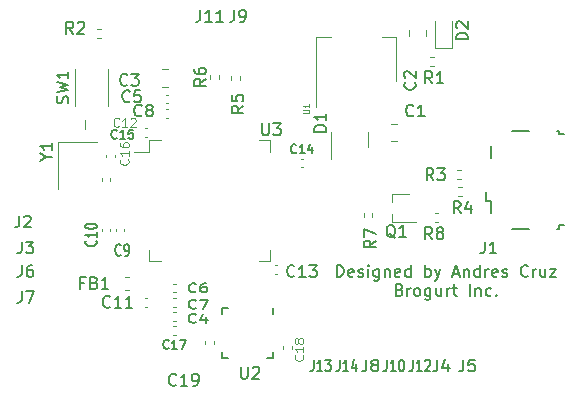
<source format=gbr>
%TF.GenerationSoftware,KiCad,Pcbnew,6.0.6-3a73a75311~116~ubuntu20.04.1*%
%TF.CreationDate,2022-07-21T13:32:12-07:00*%
%TF.ProjectId,Drone Flight Controller,44726f6e-6520-4466-9c69-67687420436f,rev?*%
%TF.SameCoordinates,Original*%
%TF.FileFunction,Legend,Top*%
%TF.FilePolarity,Positive*%
%FSLAX46Y46*%
G04 Gerber Fmt 4.6, Leading zero omitted, Abs format (unit mm)*
G04 Created by KiCad (PCBNEW 6.0.6-3a73a75311~116~ubuntu20.04.1) date 2022-07-21 13:32:12*
%MOMM*%
%LPD*%
G01*
G04 APERTURE LIST*
%ADD10C,0.150000*%
%ADD11C,0.100000*%
%ADD12C,0.120000*%
G04 APERTURE END LIST*
D10*
X67561904Y-96447380D02*
X67561904Y-95447380D01*
X67800000Y-95447380D01*
X67942857Y-95495000D01*
X68038095Y-95590238D01*
X68085714Y-95685476D01*
X68133333Y-95875952D01*
X68133333Y-96018809D01*
X68085714Y-96209285D01*
X68038095Y-96304523D01*
X67942857Y-96399761D01*
X67800000Y-96447380D01*
X67561904Y-96447380D01*
X68942857Y-96399761D02*
X68847619Y-96447380D01*
X68657142Y-96447380D01*
X68561904Y-96399761D01*
X68514285Y-96304523D01*
X68514285Y-95923571D01*
X68561904Y-95828333D01*
X68657142Y-95780714D01*
X68847619Y-95780714D01*
X68942857Y-95828333D01*
X68990476Y-95923571D01*
X68990476Y-96018809D01*
X68514285Y-96114047D01*
X69371428Y-96399761D02*
X69466666Y-96447380D01*
X69657142Y-96447380D01*
X69752380Y-96399761D01*
X69800000Y-96304523D01*
X69800000Y-96256904D01*
X69752380Y-96161666D01*
X69657142Y-96114047D01*
X69514285Y-96114047D01*
X69419047Y-96066428D01*
X69371428Y-95971190D01*
X69371428Y-95923571D01*
X69419047Y-95828333D01*
X69514285Y-95780714D01*
X69657142Y-95780714D01*
X69752380Y-95828333D01*
X70228571Y-96447380D02*
X70228571Y-95780714D01*
X70228571Y-95447380D02*
X70180952Y-95495000D01*
X70228571Y-95542619D01*
X70276190Y-95495000D01*
X70228571Y-95447380D01*
X70228571Y-95542619D01*
X71133333Y-95780714D02*
X71133333Y-96590238D01*
X71085714Y-96685476D01*
X71038095Y-96733095D01*
X70942857Y-96780714D01*
X70800000Y-96780714D01*
X70704761Y-96733095D01*
X71133333Y-96399761D02*
X71038095Y-96447380D01*
X70847619Y-96447380D01*
X70752380Y-96399761D01*
X70704761Y-96352142D01*
X70657142Y-96256904D01*
X70657142Y-95971190D01*
X70704761Y-95875952D01*
X70752380Y-95828333D01*
X70847619Y-95780714D01*
X71038095Y-95780714D01*
X71133333Y-95828333D01*
X71609523Y-95780714D02*
X71609523Y-96447380D01*
X71609523Y-95875952D02*
X71657142Y-95828333D01*
X71752380Y-95780714D01*
X71895238Y-95780714D01*
X71990476Y-95828333D01*
X72038095Y-95923571D01*
X72038095Y-96447380D01*
X72895238Y-96399761D02*
X72800000Y-96447380D01*
X72609523Y-96447380D01*
X72514285Y-96399761D01*
X72466666Y-96304523D01*
X72466666Y-95923571D01*
X72514285Y-95828333D01*
X72609523Y-95780714D01*
X72800000Y-95780714D01*
X72895238Y-95828333D01*
X72942857Y-95923571D01*
X72942857Y-96018809D01*
X72466666Y-96114047D01*
X73800000Y-96447380D02*
X73800000Y-95447380D01*
X73800000Y-96399761D02*
X73704761Y-96447380D01*
X73514285Y-96447380D01*
X73419047Y-96399761D01*
X73371428Y-96352142D01*
X73323809Y-96256904D01*
X73323809Y-95971190D01*
X73371428Y-95875952D01*
X73419047Y-95828333D01*
X73514285Y-95780714D01*
X73704761Y-95780714D01*
X73800000Y-95828333D01*
X75038095Y-96447380D02*
X75038095Y-95447380D01*
X75038095Y-95828333D02*
X75133333Y-95780714D01*
X75323809Y-95780714D01*
X75419047Y-95828333D01*
X75466666Y-95875952D01*
X75514285Y-95971190D01*
X75514285Y-96256904D01*
X75466666Y-96352142D01*
X75419047Y-96399761D01*
X75323809Y-96447380D01*
X75133333Y-96447380D01*
X75038095Y-96399761D01*
X75847619Y-95780714D02*
X76085714Y-96447380D01*
X76323809Y-95780714D02*
X76085714Y-96447380D01*
X75990476Y-96685476D01*
X75942857Y-96733095D01*
X75847619Y-96780714D01*
X77419047Y-96161666D02*
X77895238Y-96161666D01*
X77323809Y-96447380D02*
X77657142Y-95447380D01*
X77990476Y-96447380D01*
X78323809Y-95780714D02*
X78323809Y-96447380D01*
X78323809Y-95875952D02*
X78371428Y-95828333D01*
X78466666Y-95780714D01*
X78609523Y-95780714D01*
X78704761Y-95828333D01*
X78752380Y-95923571D01*
X78752380Y-96447380D01*
X79657142Y-96447380D02*
X79657142Y-95447380D01*
X79657142Y-96399761D02*
X79561904Y-96447380D01*
X79371428Y-96447380D01*
X79276190Y-96399761D01*
X79228571Y-96352142D01*
X79180952Y-96256904D01*
X79180952Y-95971190D01*
X79228571Y-95875952D01*
X79276190Y-95828333D01*
X79371428Y-95780714D01*
X79561904Y-95780714D01*
X79657142Y-95828333D01*
X80133333Y-96447380D02*
X80133333Y-95780714D01*
X80133333Y-95971190D02*
X80180952Y-95875952D01*
X80228571Y-95828333D01*
X80323809Y-95780714D01*
X80419047Y-95780714D01*
X81133333Y-96399761D02*
X81038095Y-96447380D01*
X80847619Y-96447380D01*
X80752380Y-96399761D01*
X80704761Y-96304523D01*
X80704761Y-95923571D01*
X80752380Y-95828333D01*
X80847619Y-95780714D01*
X81038095Y-95780714D01*
X81133333Y-95828333D01*
X81180952Y-95923571D01*
X81180952Y-96018809D01*
X80704761Y-96114047D01*
X81561904Y-96399761D02*
X81657142Y-96447380D01*
X81847619Y-96447380D01*
X81942857Y-96399761D01*
X81990476Y-96304523D01*
X81990476Y-96256904D01*
X81942857Y-96161666D01*
X81847619Y-96114047D01*
X81704761Y-96114047D01*
X81609523Y-96066428D01*
X81561904Y-95971190D01*
X81561904Y-95923571D01*
X81609523Y-95828333D01*
X81704761Y-95780714D01*
X81847619Y-95780714D01*
X81942857Y-95828333D01*
X83752380Y-96352142D02*
X83704761Y-96399761D01*
X83561904Y-96447380D01*
X83466666Y-96447380D01*
X83323809Y-96399761D01*
X83228571Y-96304523D01*
X83180952Y-96209285D01*
X83133333Y-96018809D01*
X83133333Y-95875952D01*
X83180952Y-95685476D01*
X83228571Y-95590238D01*
X83323809Y-95495000D01*
X83466666Y-95447380D01*
X83561904Y-95447380D01*
X83704761Y-95495000D01*
X83752380Y-95542619D01*
X84180952Y-96447380D02*
X84180952Y-95780714D01*
X84180952Y-95971190D02*
X84228571Y-95875952D01*
X84276190Y-95828333D01*
X84371428Y-95780714D01*
X84466666Y-95780714D01*
X85228571Y-95780714D02*
X85228571Y-96447380D01*
X84800000Y-95780714D02*
X84800000Y-96304523D01*
X84847619Y-96399761D01*
X84942857Y-96447380D01*
X85085714Y-96447380D01*
X85180952Y-96399761D01*
X85228571Y-96352142D01*
X85609523Y-95780714D02*
X86133333Y-95780714D01*
X85609523Y-96447380D01*
X86133333Y-96447380D01*
X72871428Y-97533571D02*
X73014285Y-97581190D01*
X73061904Y-97628809D01*
X73109523Y-97724047D01*
X73109523Y-97866904D01*
X73061904Y-97962142D01*
X73014285Y-98009761D01*
X72919047Y-98057380D01*
X72538095Y-98057380D01*
X72538095Y-97057380D01*
X72871428Y-97057380D01*
X72966666Y-97105000D01*
X73014285Y-97152619D01*
X73061904Y-97247857D01*
X73061904Y-97343095D01*
X73014285Y-97438333D01*
X72966666Y-97485952D01*
X72871428Y-97533571D01*
X72538095Y-97533571D01*
X73538095Y-98057380D02*
X73538095Y-97390714D01*
X73538095Y-97581190D02*
X73585714Y-97485952D01*
X73633333Y-97438333D01*
X73728571Y-97390714D01*
X73823809Y-97390714D01*
X74300000Y-98057380D02*
X74204761Y-98009761D01*
X74157142Y-97962142D01*
X74109523Y-97866904D01*
X74109523Y-97581190D01*
X74157142Y-97485952D01*
X74204761Y-97438333D01*
X74300000Y-97390714D01*
X74442857Y-97390714D01*
X74538095Y-97438333D01*
X74585714Y-97485952D01*
X74633333Y-97581190D01*
X74633333Y-97866904D01*
X74585714Y-97962142D01*
X74538095Y-98009761D01*
X74442857Y-98057380D01*
X74300000Y-98057380D01*
X75490476Y-97390714D02*
X75490476Y-98200238D01*
X75442857Y-98295476D01*
X75395238Y-98343095D01*
X75300000Y-98390714D01*
X75157142Y-98390714D01*
X75061904Y-98343095D01*
X75490476Y-98009761D02*
X75395238Y-98057380D01*
X75204761Y-98057380D01*
X75109523Y-98009761D01*
X75061904Y-97962142D01*
X75014285Y-97866904D01*
X75014285Y-97581190D01*
X75061904Y-97485952D01*
X75109523Y-97438333D01*
X75204761Y-97390714D01*
X75395238Y-97390714D01*
X75490476Y-97438333D01*
X76395238Y-97390714D02*
X76395238Y-98057380D01*
X75966666Y-97390714D02*
X75966666Y-97914523D01*
X76014285Y-98009761D01*
X76109523Y-98057380D01*
X76252380Y-98057380D01*
X76347619Y-98009761D01*
X76395238Y-97962142D01*
X76871428Y-98057380D02*
X76871428Y-97390714D01*
X76871428Y-97581190D02*
X76919047Y-97485952D01*
X76966666Y-97438333D01*
X77061904Y-97390714D01*
X77157142Y-97390714D01*
X77347619Y-97390714D02*
X77728571Y-97390714D01*
X77490476Y-97057380D02*
X77490476Y-97914523D01*
X77538095Y-98009761D01*
X77633333Y-98057380D01*
X77728571Y-98057380D01*
X78823809Y-98057380D02*
X78823809Y-97057380D01*
X79300000Y-97390714D02*
X79300000Y-98057380D01*
X79300000Y-97485952D02*
X79347619Y-97438333D01*
X79442857Y-97390714D01*
X79585714Y-97390714D01*
X79680952Y-97438333D01*
X79728571Y-97533571D01*
X79728571Y-98057380D01*
X80633333Y-98009761D02*
X80538095Y-98057380D01*
X80347619Y-98057380D01*
X80252380Y-98009761D01*
X80204761Y-97962142D01*
X80157142Y-97866904D01*
X80157142Y-97581190D01*
X80204761Y-97485952D01*
X80252380Y-97438333D01*
X80347619Y-97390714D01*
X80538095Y-97390714D01*
X80633333Y-97438333D01*
X81061904Y-97962142D02*
X81109523Y-98009761D01*
X81061904Y-98057380D01*
X81014285Y-98009761D01*
X81061904Y-97962142D01*
X81061904Y-98057380D01*
%TO.C,*%
%TO.C,J5*%
X78266666Y-103452380D02*
X78266666Y-104166666D01*
X78219047Y-104309523D01*
X78123809Y-104404761D01*
X77980952Y-104452380D01*
X77885714Y-104452380D01*
X79219047Y-103452380D02*
X78742857Y-103452380D01*
X78695238Y-103928571D01*
X78742857Y-103880952D01*
X78838095Y-103833333D01*
X79076190Y-103833333D01*
X79171428Y-103880952D01*
X79219047Y-103928571D01*
X79266666Y-104023809D01*
X79266666Y-104261904D01*
X79219047Y-104357142D01*
X79171428Y-104404761D01*
X79076190Y-104452380D01*
X78838095Y-104452380D01*
X78742857Y-104404761D01*
X78695238Y-104357142D01*
%TO.C,C14*%
X64117857Y-85907857D02*
X64082142Y-85943571D01*
X63975000Y-85979285D01*
X63903571Y-85979285D01*
X63796428Y-85943571D01*
X63725000Y-85872142D01*
X63689285Y-85800714D01*
X63653571Y-85657857D01*
X63653571Y-85550714D01*
X63689285Y-85407857D01*
X63725000Y-85336428D01*
X63796428Y-85265000D01*
X63903571Y-85229285D01*
X63975000Y-85229285D01*
X64082142Y-85265000D01*
X64117857Y-85300714D01*
X64832142Y-85979285D02*
X64403571Y-85979285D01*
X64617857Y-85979285D02*
X64617857Y-85229285D01*
X64546428Y-85336428D01*
X64475000Y-85407857D01*
X64403571Y-85443571D01*
X65475000Y-85479285D02*
X65475000Y-85979285D01*
X65296428Y-85193571D02*
X65117857Y-85729285D01*
X65582142Y-85729285D01*
%TO.C,C1*%
X74033333Y-82757142D02*
X73985714Y-82804761D01*
X73842857Y-82852380D01*
X73747619Y-82852380D01*
X73604761Y-82804761D01*
X73509523Y-82709523D01*
X73461904Y-82614285D01*
X73414285Y-82423809D01*
X73414285Y-82280952D01*
X73461904Y-82090476D01*
X73509523Y-81995238D01*
X73604761Y-81900000D01*
X73747619Y-81852380D01*
X73842857Y-81852380D01*
X73985714Y-81900000D01*
X74033333Y-81947619D01*
X74985714Y-82852380D02*
X74414285Y-82852380D01*
X74700000Y-82852380D02*
X74700000Y-81852380D01*
X74604761Y-81995238D01*
X74509523Y-82090476D01*
X74414285Y-82138095D01*
%TO.C,J11*%
X55990476Y-73852380D02*
X55990476Y-74566666D01*
X55942857Y-74709523D01*
X55847619Y-74804761D01*
X55704761Y-74852380D01*
X55609523Y-74852380D01*
X56990476Y-74852380D02*
X56419047Y-74852380D01*
X56704761Y-74852380D02*
X56704761Y-73852380D01*
X56609523Y-73995238D01*
X56514285Y-74090476D01*
X56419047Y-74138095D01*
X57942857Y-74852380D02*
X57371428Y-74852380D01*
X57657142Y-74852380D02*
X57657142Y-73852380D01*
X57561904Y-73995238D01*
X57466666Y-74090476D01*
X57371428Y-74138095D01*
%TO.C,C2*%
X74157142Y-79966666D02*
X74204761Y-80014285D01*
X74252380Y-80157142D01*
X74252380Y-80252380D01*
X74204761Y-80395238D01*
X74109523Y-80490476D01*
X74014285Y-80538095D01*
X73823809Y-80585714D01*
X73680952Y-80585714D01*
X73490476Y-80538095D01*
X73395238Y-80490476D01*
X73300000Y-80395238D01*
X73252380Y-80252380D01*
X73252380Y-80157142D01*
X73300000Y-80014285D01*
X73347619Y-79966666D01*
X73347619Y-79585714D02*
X73300000Y-79538095D01*
X73252380Y-79442857D01*
X73252380Y-79204761D01*
X73300000Y-79109523D01*
X73347619Y-79061904D01*
X73442857Y-79014285D01*
X73538095Y-79014285D01*
X73680952Y-79061904D01*
X74252380Y-79633333D01*
X74252380Y-79014285D01*
%TO.C,R4*%
X78033333Y-91052380D02*
X77700000Y-90576190D01*
X77461904Y-91052380D02*
X77461904Y-90052380D01*
X77842857Y-90052380D01*
X77938095Y-90100000D01*
X77985714Y-90147619D01*
X78033333Y-90242857D01*
X78033333Y-90385714D01*
X77985714Y-90480952D01*
X77938095Y-90528571D01*
X77842857Y-90576190D01*
X77461904Y-90576190D01*
X78890476Y-90385714D02*
X78890476Y-91052380D01*
X78652380Y-90004761D02*
X78414285Y-90719047D01*
X79033333Y-90719047D01*
%TO.C,U3*%
X61238095Y-83452380D02*
X61238095Y-84261904D01*
X61285714Y-84357142D01*
X61333333Y-84404761D01*
X61428571Y-84452380D01*
X61619047Y-84452380D01*
X61714285Y-84404761D01*
X61761904Y-84357142D01*
X61809523Y-84261904D01*
X61809523Y-83452380D01*
X62190476Y-83452380D02*
X62809523Y-83452380D01*
X62476190Y-83833333D01*
X62619047Y-83833333D01*
X62714285Y-83880952D01*
X62761904Y-83928571D01*
X62809523Y-84023809D01*
X62809523Y-84261904D01*
X62761904Y-84357142D01*
X62714285Y-84404761D01*
X62619047Y-84452380D01*
X62333333Y-84452380D01*
X62238095Y-84404761D01*
X62190476Y-84357142D01*
%TO.C,C3*%
X49833333Y-80157142D02*
X49785714Y-80204761D01*
X49642857Y-80252380D01*
X49547619Y-80252380D01*
X49404761Y-80204761D01*
X49309523Y-80109523D01*
X49261904Y-80014285D01*
X49214285Y-79823809D01*
X49214285Y-79680952D01*
X49261904Y-79490476D01*
X49309523Y-79395238D01*
X49404761Y-79300000D01*
X49547619Y-79252380D01*
X49642857Y-79252380D01*
X49785714Y-79300000D01*
X49833333Y-79347619D01*
X50166666Y-79252380D02*
X50785714Y-79252380D01*
X50452380Y-79633333D01*
X50595238Y-79633333D01*
X50690476Y-79680952D01*
X50738095Y-79728571D01*
X50785714Y-79823809D01*
X50785714Y-80061904D01*
X50738095Y-80157142D01*
X50690476Y-80204761D01*
X50595238Y-80252380D01*
X50309523Y-80252380D01*
X50214285Y-80204761D01*
X50166666Y-80157142D01*
%TO.C,U2*%
X59438095Y-104052380D02*
X59438095Y-104861904D01*
X59485714Y-104957142D01*
X59533333Y-105004761D01*
X59628571Y-105052380D01*
X59819047Y-105052380D01*
X59914285Y-105004761D01*
X59961904Y-104957142D01*
X60009523Y-104861904D01*
X60009523Y-104052380D01*
X60438095Y-104147619D02*
X60485714Y-104100000D01*
X60580952Y-104052380D01*
X60819047Y-104052380D01*
X60914285Y-104100000D01*
X60961904Y-104147619D01*
X61009523Y-104242857D01*
X61009523Y-104338095D01*
X60961904Y-104480952D01*
X60390476Y-105052380D01*
X61009523Y-105052380D01*
%TO.C,Y1*%
X42976190Y-86276190D02*
X43452380Y-86276190D01*
X42452380Y-86609523D02*
X42976190Y-86276190D01*
X42452380Y-85942857D01*
X43452380Y-85085714D02*
X43452380Y-85657142D01*
X43452380Y-85371428D02*
X42452380Y-85371428D01*
X42595238Y-85466666D01*
X42690476Y-85561904D01*
X42738095Y-85657142D01*
%TO.C,J7*%
X40866666Y-97652380D02*
X40866666Y-98366666D01*
X40819047Y-98509523D01*
X40723809Y-98604761D01*
X40580952Y-98652380D01*
X40485714Y-98652380D01*
X41247619Y-97652380D02*
X41914285Y-97652380D01*
X41485714Y-98652380D01*
%TO.C,D2*%
X78652380Y-76338095D02*
X77652380Y-76338095D01*
X77652380Y-76100000D01*
X77700000Y-75957142D01*
X77795238Y-75861904D01*
X77890476Y-75814285D01*
X78080952Y-75766666D01*
X78223809Y-75766666D01*
X78414285Y-75814285D01*
X78509523Y-75861904D01*
X78604761Y-75957142D01*
X78652380Y-76100000D01*
X78652380Y-76338095D01*
X77747619Y-75385714D02*
X77700000Y-75338095D01*
X77652380Y-75242857D01*
X77652380Y-75004761D01*
X77700000Y-74909523D01*
X77747619Y-74861904D01*
X77842857Y-74814285D01*
X77938095Y-74814285D01*
X78080952Y-74861904D01*
X78652380Y-75433333D01*
X78652380Y-74814285D01*
%TO.C,R1*%
X75633333Y-80052380D02*
X75300000Y-79576190D01*
X75061904Y-80052380D02*
X75061904Y-79052380D01*
X75442857Y-79052380D01*
X75538095Y-79100000D01*
X75585714Y-79147619D01*
X75633333Y-79242857D01*
X75633333Y-79385714D01*
X75585714Y-79480952D01*
X75538095Y-79528571D01*
X75442857Y-79576190D01*
X75061904Y-79576190D01*
X76585714Y-80052380D02*
X76014285Y-80052380D01*
X76300000Y-80052380D02*
X76300000Y-79052380D01*
X76204761Y-79195238D01*
X76109523Y-79290476D01*
X76014285Y-79338095D01*
%TO.C,J13*%
X65592857Y-103452380D02*
X65592857Y-104166666D01*
X65557142Y-104309523D01*
X65485714Y-104404761D01*
X65378571Y-104452380D01*
X65307142Y-104452380D01*
X66342857Y-104452380D02*
X65914285Y-104452380D01*
X66128571Y-104452380D02*
X66128571Y-103452380D01*
X66057142Y-103595238D01*
X65985714Y-103690476D01*
X65914285Y-103738095D01*
X66592857Y-103452380D02*
X67057142Y-103452380D01*
X66807142Y-103833333D01*
X66914285Y-103833333D01*
X66985714Y-103880952D01*
X67021428Y-103928571D01*
X67057142Y-104023809D01*
X67057142Y-104261904D01*
X67021428Y-104357142D01*
X66985714Y-104404761D01*
X66914285Y-104452380D01*
X66700000Y-104452380D01*
X66628571Y-104404761D01*
X66592857Y-104357142D01*
%TO.C,FB1*%
X46166666Y-96928571D02*
X45833333Y-96928571D01*
X45833333Y-97452380D02*
X45833333Y-96452380D01*
X46309523Y-96452380D01*
X47023809Y-96928571D02*
X47166666Y-96976190D01*
X47214285Y-97023809D01*
X47261904Y-97119047D01*
X47261904Y-97261904D01*
X47214285Y-97357142D01*
X47166666Y-97404761D01*
X47071428Y-97452380D01*
X46690476Y-97452380D01*
X46690476Y-96452380D01*
X47023809Y-96452380D01*
X47119047Y-96500000D01*
X47166666Y-96547619D01*
X47214285Y-96642857D01*
X47214285Y-96738095D01*
X47166666Y-96833333D01*
X47119047Y-96880952D01*
X47023809Y-96928571D01*
X46690476Y-96928571D01*
X48214285Y-97452380D02*
X47642857Y-97452380D01*
X47928571Y-97452380D02*
X47928571Y-96452380D01*
X47833333Y-96595238D01*
X47738095Y-96690476D01*
X47642857Y-96738095D01*
%TO.C,J8*%
X70066666Y-103452380D02*
X70066666Y-104166666D01*
X70019047Y-104309523D01*
X69923809Y-104404761D01*
X69780952Y-104452380D01*
X69685714Y-104452380D01*
X70685714Y-103880952D02*
X70590476Y-103833333D01*
X70542857Y-103785714D01*
X70495238Y-103690476D01*
X70495238Y-103642857D01*
X70542857Y-103547619D01*
X70590476Y-103500000D01*
X70685714Y-103452380D01*
X70876190Y-103452380D01*
X70971428Y-103500000D01*
X71019047Y-103547619D01*
X71066666Y-103642857D01*
X71066666Y-103690476D01*
X71019047Y-103785714D01*
X70971428Y-103833333D01*
X70876190Y-103880952D01*
X70685714Y-103880952D01*
X70590476Y-103928571D01*
X70542857Y-103976190D01*
X70495238Y-104071428D01*
X70495238Y-104261904D01*
X70542857Y-104357142D01*
X70590476Y-104404761D01*
X70685714Y-104452380D01*
X70876190Y-104452380D01*
X70971428Y-104404761D01*
X71019047Y-104357142D01*
X71066666Y-104261904D01*
X71066666Y-104071428D01*
X71019047Y-103976190D01*
X70971428Y-103928571D01*
X70876190Y-103880952D01*
%TO.C,J12*%
X73992857Y-103452380D02*
X73992857Y-104166666D01*
X73957142Y-104309523D01*
X73885714Y-104404761D01*
X73778571Y-104452380D01*
X73707142Y-104452380D01*
X74742857Y-104452380D02*
X74314285Y-104452380D01*
X74528571Y-104452380D02*
X74528571Y-103452380D01*
X74457142Y-103595238D01*
X74385714Y-103690476D01*
X74314285Y-103738095D01*
X75028571Y-103547619D02*
X75064285Y-103500000D01*
X75135714Y-103452380D01*
X75314285Y-103452380D01*
X75385714Y-103500000D01*
X75421428Y-103547619D01*
X75457142Y-103642857D01*
X75457142Y-103738095D01*
X75421428Y-103880952D01*
X74992857Y-104452380D01*
X75457142Y-104452380D01*
%TO.C,D1*%
X66652380Y-84138095D02*
X65652380Y-84138095D01*
X65652380Y-83900000D01*
X65700000Y-83757142D01*
X65795238Y-83661904D01*
X65890476Y-83614285D01*
X66080952Y-83566666D01*
X66223809Y-83566666D01*
X66414285Y-83614285D01*
X66509523Y-83661904D01*
X66604761Y-83757142D01*
X66652380Y-83900000D01*
X66652380Y-84138095D01*
X66652380Y-82614285D02*
X66652380Y-83185714D01*
X66652380Y-82900000D02*
X65652380Y-82900000D01*
X65795238Y-82995238D01*
X65890476Y-83090476D01*
X65938095Y-83185714D01*
%TO.C,R3*%
X75743333Y-88252380D02*
X75410000Y-87776190D01*
X75171904Y-88252380D02*
X75171904Y-87252380D01*
X75552857Y-87252380D01*
X75648095Y-87300000D01*
X75695714Y-87347619D01*
X75743333Y-87442857D01*
X75743333Y-87585714D01*
X75695714Y-87680952D01*
X75648095Y-87728571D01*
X75552857Y-87776190D01*
X75171904Y-87776190D01*
X76076666Y-87252380D02*
X76695714Y-87252380D01*
X76362380Y-87633333D01*
X76505238Y-87633333D01*
X76600476Y-87680952D01*
X76648095Y-87728571D01*
X76695714Y-87823809D01*
X76695714Y-88061904D01*
X76648095Y-88157142D01*
X76600476Y-88204761D01*
X76505238Y-88252380D01*
X76219523Y-88252380D01*
X76124285Y-88204761D01*
X76076666Y-88157142D01*
%TO.C,R2*%
X45233333Y-75852380D02*
X44900000Y-75376190D01*
X44661904Y-75852380D02*
X44661904Y-74852380D01*
X45042857Y-74852380D01*
X45138095Y-74900000D01*
X45185714Y-74947619D01*
X45233333Y-75042857D01*
X45233333Y-75185714D01*
X45185714Y-75280952D01*
X45138095Y-75328571D01*
X45042857Y-75376190D01*
X44661904Y-75376190D01*
X45614285Y-74947619D02*
X45661904Y-74900000D01*
X45757142Y-74852380D01*
X45995238Y-74852380D01*
X46090476Y-74900000D01*
X46138095Y-74947619D01*
X46185714Y-75042857D01*
X46185714Y-75138095D01*
X46138095Y-75280952D01*
X45566666Y-75852380D01*
X46185714Y-75852380D01*
%TO.C,C6*%
X55633333Y-97667857D02*
X55585714Y-97703571D01*
X55442857Y-97739285D01*
X55347619Y-97739285D01*
X55204761Y-97703571D01*
X55109523Y-97632142D01*
X55061904Y-97560714D01*
X55014285Y-97417857D01*
X55014285Y-97310714D01*
X55061904Y-97167857D01*
X55109523Y-97096428D01*
X55204761Y-97025000D01*
X55347619Y-96989285D01*
X55442857Y-96989285D01*
X55585714Y-97025000D01*
X55633333Y-97060714D01*
X56490476Y-96989285D02*
X56300000Y-96989285D01*
X56204761Y-97025000D01*
X56157142Y-97060714D01*
X56061904Y-97167857D01*
X56014285Y-97310714D01*
X56014285Y-97596428D01*
X56061904Y-97667857D01*
X56109523Y-97703571D01*
X56204761Y-97739285D01*
X56395238Y-97739285D01*
X56490476Y-97703571D01*
X56538095Y-97667857D01*
X56585714Y-97596428D01*
X56585714Y-97417857D01*
X56538095Y-97346428D01*
X56490476Y-97310714D01*
X56395238Y-97275000D01*
X56204761Y-97275000D01*
X56109523Y-97310714D01*
X56061904Y-97346428D01*
X56014285Y-97417857D01*
%TO.C,C15*%
X48917857Y-84667857D02*
X48882142Y-84703571D01*
X48775000Y-84739285D01*
X48703571Y-84739285D01*
X48596428Y-84703571D01*
X48525000Y-84632142D01*
X48489285Y-84560714D01*
X48453571Y-84417857D01*
X48453571Y-84310714D01*
X48489285Y-84167857D01*
X48525000Y-84096428D01*
X48596428Y-84025000D01*
X48703571Y-83989285D01*
X48775000Y-83989285D01*
X48882142Y-84025000D01*
X48917857Y-84060714D01*
X49632142Y-84739285D02*
X49203571Y-84739285D01*
X49417857Y-84739285D02*
X49417857Y-83989285D01*
X49346428Y-84096428D01*
X49275000Y-84167857D01*
X49203571Y-84203571D01*
X50310714Y-83989285D02*
X49953571Y-83989285D01*
X49917857Y-84346428D01*
X49953571Y-84310714D01*
X50025000Y-84275000D01*
X50203571Y-84275000D01*
X50275000Y-84310714D01*
X50310714Y-84346428D01*
X50346428Y-84417857D01*
X50346428Y-84596428D01*
X50310714Y-84667857D01*
X50275000Y-84703571D01*
X50203571Y-84739285D01*
X50025000Y-84739285D01*
X49953571Y-84703571D01*
X49917857Y-84667857D01*
%TO.C,J14*%
X67792857Y-103452380D02*
X67792857Y-104166666D01*
X67757142Y-104309523D01*
X67685714Y-104404761D01*
X67578571Y-104452380D01*
X67507142Y-104452380D01*
X68542857Y-104452380D02*
X68114285Y-104452380D01*
X68328571Y-104452380D02*
X68328571Y-103452380D01*
X68257142Y-103595238D01*
X68185714Y-103690476D01*
X68114285Y-103738095D01*
X69185714Y-103785714D02*
X69185714Y-104452380D01*
X69007142Y-103404761D02*
X68828571Y-104119047D01*
X69292857Y-104119047D01*
%TO.C,C17*%
X53317857Y-102467857D02*
X53282142Y-102503571D01*
X53175000Y-102539285D01*
X53103571Y-102539285D01*
X52996428Y-102503571D01*
X52925000Y-102432142D01*
X52889285Y-102360714D01*
X52853571Y-102217857D01*
X52853571Y-102110714D01*
X52889285Y-101967857D01*
X52925000Y-101896428D01*
X52996428Y-101825000D01*
X53103571Y-101789285D01*
X53175000Y-101789285D01*
X53282142Y-101825000D01*
X53317857Y-101860714D01*
X54032142Y-102539285D02*
X53603571Y-102539285D01*
X53817857Y-102539285D02*
X53817857Y-101789285D01*
X53746428Y-101896428D01*
X53675000Y-101967857D01*
X53603571Y-102003571D01*
X54282142Y-101789285D02*
X54782142Y-101789285D01*
X54460714Y-102539285D01*
%TO.C,J6*%
X40866666Y-95452380D02*
X40866666Y-96166666D01*
X40819047Y-96309523D01*
X40723809Y-96404761D01*
X40580952Y-96452380D01*
X40485714Y-96452380D01*
X41771428Y-95452380D02*
X41580952Y-95452380D01*
X41485714Y-95500000D01*
X41438095Y-95547619D01*
X41342857Y-95690476D01*
X41295238Y-95880952D01*
X41295238Y-96261904D01*
X41342857Y-96357142D01*
X41390476Y-96404761D01*
X41485714Y-96452380D01*
X41676190Y-96452380D01*
X41771428Y-96404761D01*
X41819047Y-96357142D01*
X41866666Y-96261904D01*
X41866666Y-96023809D01*
X41819047Y-95928571D01*
X41771428Y-95880952D01*
X41676190Y-95833333D01*
X41485714Y-95833333D01*
X41390476Y-95880952D01*
X41342857Y-95928571D01*
X41295238Y-96023809D01*
%TO.C,C13*%
X63957142Y-96357142D02*
X63909523Y-96404761D01*
X63766666Y-96452380D01*
X63671428Y-96452380D01*
X63528571Y-96404761D01*
X63433333Y-96309523D01*
X63385714Y-96214285D01*
X63338095Y-96023809D01*
X63338095Y-95880952D01*
X63385714Y-95690476D01*
X63433333Y-95595238D01*
X63528571Y-95500000D01*
X63671428Y-95452380D01*
X63766666Y-95452380D01*
X63909523Y-95500000D01*
X63957142Y-95547619D01*
X64909523Y-96452380D02*
X64338095Y-96452380D01*
X64623809Y-96452380D02*
X64623809Y-95452380D01*
X64528571Y-95595238D01*
X64433333Y-95690476D01*
X64338095Y-95738095D01*
X65242857Y-95452380D02*
X65861904Y-95452380D01*
X65528571Y-95833333D01*
X65671428Y-95833333D01*
X65766666Y-95880952D01*
X65814285Y-95928571D01*
X65861904Y-96023809D01*
X65861904Y-96261904D01*
X65814285Y-96357142D01*
X65766666Y-96404761D01*
X65671428Y-96452380D01*
X65385714Y-96452380D01*
X65290476Y-96404761D01*
X65242857Y-96357142D01*
%TO.C,J2*%
X40666666Y-91252380D02*
X40666666Y-91966666D01*
X40619047Y-92109523D01*
X40523809Y-92204761D01*
X40380952Y-92252380D01*
X40285714Y-92252380D01*
X41095238Y-91347619D02*
X41142857Y-91300000D01*
X41238095Y-91252380D01*
X41476190Y-91252380D01*
X41571428Y-91300000D01*
X41619047Y-91347619D01*
X41666666Y-91442857D01*
X41666666Y-91538095D01*
X41619047Y-91680952D01*
X41047619Y-92252380D01*
X41666666Y-92252380D01*
%TO.C,J10*%
X71792857Y-103452380D02*
X71792857Y-104166666D01*
X71757142Y-104309523D01*
X71685714Y-104404761D01*
X71578571Y-104452380D01*
X71507142Y-104452380D01*
X72542857Y-104452380D02*
X72114285Y-104452380D01*
X72328571Y-104452380D02*
X72328571Y-103452380D01*
X72257142Y-103595238D01*
X72185714Y-103690476D01*
X72114285Y-103738095D01*
X73007142Y-103452380D02*
X73078571Y-103452380D01*
X73150000Y-103500000D01*
X73185714Y-103547619D01*
X73221428Y-103642857D01*
X73257142Y-103833333D01*
X73257142Y-104071428D01*
X73221428Y-104261904D01*
X73185714Y-104357142D01*
X73150000Y-104404761D01*
X73078571Y-104452380D01*
X73007142Y-104452380D01*
X72935714Y-104404761D01*
X72900000Y-104357142D01*
X72864285Y-104261904D01*
X72828571Y-104071428D01*
X72828571Y-103833333D01*
X72864285Y-103642857D01*
X72900000Y-103547619D01*
X72935714Y-103500000D01*
X73007142Y-103452380D01*
%TO.C,J3*%
X40866666Y-93452380D02*
X40866666Y-94166666D01*
X40819047Y-94309523D01*
X40723809Y-94404761D01*
X40580952Y-94452380D01*
X40485714Y-94452380D01*
X41247619Y-93452380D02*
X41866666Y-93452380D01*
X41533333Y-93833333D01*
X41676190Y-93833333D01*
X41771428Y-93880952D01*
X41819047Y-93928571D01*
X41866666Y-94023809D01*
X41866666Y-94261904D01*
X41819047Y-94357142D01*
X41771428Y-94404761D01*
X41676190Y-94452380D01*
X41390476Y-94452380D01*
X41295238Y-94404761D01*
X41247619Y-94357142D01*
%TO.C,C7*%
X55633333Y-99067857D02*
X55585714Y-99103571D01*
X55442857Y-99139285D01*
X55347619Y-99139285D01*
X55204761Y-99103571D01*
X55109523Y-99032142D01*
X55061904Y-98960714D01*
X55014285Y-98817857D01*
X55014285Y-98710714D01*
X55061904Y-98567857D01*
X55109523Y-98496428D01*
X55204761Y-98425000D01*
X55347619Y-98389285D01*
X55442857Y-98389285D01*
X55585714Y-98425000D01*
X55633333Y-98460714D01*
X55966666Y-98389285D02*
X56633333Y-98389285D01*
X56204761Y-99139285D01*
%TO.C,C4*%
X55633333Y-100267857D02*
X55585714Y-100303571D01*
X55442857Y-100339285D01*
X55347619Y-100339285D01*
X55204761Y-100303571D01*
X55109523Y-100232142D01*
X55061904Y-100160714D01*
X55014285Y-100017857D01*
X55014285Y-99910714D01*
X55061904Y-99767857D01*
X55109523Y-99696428D01*
X55204761Y-99625000D01*
X55347619Y-99589285D01*
X55442857Y-99589285D01*
X55585714Y-99625000D01*
X55633333Y-99660714D01*
X56490476Y-99839285D02*
X56490476Y-100339285D01*
X56252380Y-99553571D02*
X56014285Y-100089285D01*
X56633333Y-100089285D01*
%TO.C,J9*%
X58866666Y-73852380D02*
X58866666Y-74566666D01*
X58819047Y-74709523D01*
X58723809Y-74804761D01*
X58580952Y-74852380D01*
X58485714Y-74852380D01*
X59390476Y-74852380D02*
X59580952Y-74852380D01*
X59676190Y-74804761D01*
X59723809Y-74757142D01*
X59819047Y-74614285D01*
X59866666Y-74423809D01*
X59866666Y-74042857D01*
X59819047Y-73947619D01*
X59771428Y-73900000D01*
X59676190Y-73852380D01*
X59485714Y-73852380D01*
X59390476Y-73900000D01*
X59342857Y-73947619D01*
X59295238Y-74042857D01*
X59295238Y-74280952D01*
X59342857Y-74376190D01*
X59390476Y-74423809D01*
X59485714Y-74471428D01*
X59676190Y-74471428D01*
X59771428Y-74423809D01*
X59819047Y-74376190D01*
X59866666Y-74280952D01*
D11*
%TO.C,C18*%
X64667857Y-103082142D02*
X64703571Y-103117857D01*
X64739285Y-103225000D01*
X64739285Y-103296428D01*
X64703571Y-103403571D01*
X64632142Y-103475000D01*
X64560714Y-103510714D01*
X64417857Y-103546428D01*
X64310714Y-103546428D01*
X64167857Y-103510714D01*
X64096428Y-103475000D01*
X64025000Y-103403571D01*
X63989285Y-103296428D01*
X63989285Y-103225000D01*
X64025000Y-103117857D01*
X64060714Y-103082142D01*
X64739285Y-102367857D02*
X64739285Y-102796428D01*
X64739285Y-102582142D02*
X63989285Y-102582142D01*
X64096428Y-102653571D01*
X64167857Y-102725000D01*
X64203571Y-102796428D01*
X64310714Y-101939285D02*
X64275000Y-102010714D01*
X64239285Y-102046428D01*
X64167857Y-102082142D01*
X64132142Y-102082142D01*
X64060714Y-102046428D01*
X64025000Y-102010714D01*
X63989285Y-101939285D01*
X63989285Y-101796428D01*
X64025000Y-101725000D01*
X64060714Y-101689285D01*
X64132142Y-101653571D01*
X64167857Y-101653571D01*
X64239285Y-101689285D01*
X64275000Y-101725000D01*
X64310714Y-101796428D01*
X64310714Y-101939285D01*
X64346428Y-102010714D01*
X64382142Y-102046428D01*
X64453571Y-102082142D01*
X64596428Y-102082142D01*
X64667857Y-102046428D01*
X64703571Y-102010714D01*
X64739285Y-101939285D01*
X64739285Y-101796428D01*
X64703571Y-101725000D01*
X64667857Y-101689285D01*
X64596428Y-101653571D01*
X64453571Y-101653571D01*
X64382142Y-101689285D01*
X64346428Y-101725000D01*
X64310714Y-101796428D01*
D10*
%TO.C,R5*%
X59652380Y-81966666D02*
X59176190Y-82300000D01*
X59652380Y-82538095D02*
X58652380Y-82538095D01*
X58652380Y-82157142D01*
X58700000Y-82061904D01*
X58747619Y-82014285D01*
X58842857Y-81966666D01*
X58985714Y-81966666D01*
X59080952Y-82014285D01*
X59128571Y-82061904D01*
X59176190Y-82157142D01*
X59176190Y-82538095D01*
X58652380Y-81061904D02*
X58652380Y-81538095D01*
X59128571Y-81585714D01*
X59080952Y-81538095D01*
X59033333Y-81442857D01*
X59033333Y-81204761D01*
X59080952Y-81109523D01*
X59128571Y-81061904D01*
X59223809Y-81014285D01*
X59461904Y-81014285D01*
X59557142Y-81061904D01*
X59604761Y-81109523D01*
X59652380Y-81204761D01*
X59652380Y-81442857D01*
X59604761Y-81538095D01*
X59557142Y-81585714D01*
%TO.C,R6*%
X56482380Y-79676666D02*
X56006190Y-80010000D01*
X56482380Y-80248095D02*
X55482380Y-80248095D01*
X55482380Y-79867142D01*
X55530000Y-79771904D01*
X55577619Y-79724285D01*
X55672857Y-79676666D01*
X55815714Y-79676666D01*
X55910952Y-79724285D01*
X55958571Y-79771904D01*
X56006190Y-79867142D01*
X56006190Y-80248095D01*
X55482380Y-78819523D02*
X55482380Y-79010000D01*
X55530000Y-79105238D01*
X55577619Y-79152857D01*
X55720476Y-79248095D01*
X55910952Y-79295714D01*
X56291904Y-79295714D01*
X56387142Y-79248095D01*
X56434761Y-79200476D01*
X56482380Y-79105238D01*
X56482380Y-78914761D01*
X56434761Y-78819523D01*
X56387142Y-78771904D01*
X56291904Y-78724285D01*
X56053809Y-78724285D01*
X55958571Y-78771904D01*
X55910952Y-78819523D01*
X55863333Y-78914761D01*
X55863333Y-79105238D01*
X55910952Y-79200476D01*
X55958571Y-79248095D01*
X56053809Y-79295714D01*
%TO.C,C10*%
X47157142Y-93362142D02*
X47204761Y-93397857D01*
X47252380Y-93505000D01*
X47252380Y-93576428D01*
X47204761Y-93683571D01*
X47109523Y-93755000D01*
X47014285Y-93790714D01*
X46823809Y-93826428D01*
X46680952Y-93826428D01*
X46490476Y-93790714D01*
X46395238Y-93755000D01*
X46300000Y-93683571D01*
X46252380Y-93576428D01*
X46252380Y-93505000D01*
X46300000Y-93397857D01*
X46347619Y-93362142D01*
X47252380Y-92647857D02*
X47252380Y-93076428D01*
X47252380Y-92862142D02*
X46252380Y-92862142D01*
X46395238Y-92933571D01*
X46490476Y-93005000D01*
X46538095Y-93076428D01*
X46252380Y-92183571D02*
X46252380Y-92112142D01*
X46300000Y-92040714D01*
X46347619Y-92005000D01*
X46442857Y-91969285D01*
X46633333Y-91933571D01*
X46871428Y-91933571D01*
X47061904Y-91969285D01*
X47157142Y-92005000D01*
X47204761Y-92040714D01*
X47252380Y-92112142D01*
X47252380Y-92183571D01*
X47204761Y-92255000D01*
X47157142Y-92290714D01*
X47061904Y-92326428D01*
X46871428Y-92362142D01*
X46633333Y-92362142D01*
X46442857Y-92326428D01*
X46347619Y-92290714D01*
X46300000Y-92255000D01*
X46252380Y-92183571D01*
%TO.C,SW1*%
X44794761Y-81733333D02*
X44842380Y-81590476D01*
X44842380Y-81352380D01*
X44794761Y-81257142D01*
X44747142Y-81209523D01*
X44651904Y-81161904D01*
X44556666Y-81161904D01*
X44461428Y-81209523D01*
X44413809Y-81257142D01*
X44366190Y-81352380D01*
X44318571Y-81542857D01*
X44270952Y-81638095D01*
X44223333Y-81685714D01*
X44128095Y-81733333D01*
X44032857Y-81733333D01*
X43937619Y-81685714D01*
X43890000Y-81638095D01*
X43842380Y-81542857D01*
X43842380Y-81304761D01*
X43890000Y-81161904D01*
X43842380Y-80828571D02*
X44842380Y-80590476D01*
X44128095Y-80400000D01*
X44842380Y-80209523D01*
X43842380Y-79971428D01*
X44842380Y-79066666D02*
X44842380Y-79638095D01*
X44842380Y-79352380D02*
X43842380Y-79352380D01*
X43985238Y-79447619D01*
X44080476Y-79542857D01*
X44128095Y-79638095D01*
%TO.C,R8*%
X75633333Y-93252380D02*
X75300000Y-92776190D01*
X75061904Y-93252380D02*
X75061904Y-92252380D01*
X75442857Y-92252380D01*
X75538095Y-92300000D01*
X75585714Y-92347619D01*
X75633333Y-92442857D01*
X75633333Y-92585714D01*
X75585714Y-92680952D01*
X75538095Y-92728571D01*
X75442857Y-92776190D01*
X75061904Y-92776190D01*
X76204761Y-92680952D02*
X76109523Y-92633333D01*
X76061904Y-92585714D01*
X76014285Y-92490476D01*
X76014285Y-92442857D01*
X76061904Y-92347619D01*
X76109523Y-92300000D01*
X76204761Y-92252380D01*
X76395238Y-92252380D01*
X76490476Y-92300000D01*
X76538095Y-92347619D01*
X76585714Y-92442857D01*
X76585714Y-92490476D01*
X76538095Y-92585714D01*
X76490476Y-92633333D01*
X76395238Y-92680952D01*
X76204761Y-92680952D01*
X76109523Y-92728571D01*
X76061904Y-92776190D01*
X76014285Y-92871428D01*
X76014285Y-93061904D01*
X76061904Y-93157142D01*
X76109523Y-93204761D01*
X76204761Y-93252380D01*
X76395238Y-93252380D01*
X76490476Y-93204761D01*
X76538095Y-93157142D01*
X76585714Y-93061904D01*
X76585714Y-92871428D01*
X76538095Y-92776190D01*
X76490476Y-92728571D01*
X76395238Y-92680952D01*
%TO.C,Q1*%
X72504761Y-93147619D02*
X72409523Y-93100000D01*
X72314285Y-93004761D01*
X72171428Y-92861904D01*
X72076190Y-92814285D01*
X71980952Y-92814285D01*
X72028571Y-93052380D02*
X71933333Y-93004761D01*
X71838095Y-92909523D01*
X71790476Y-92719047D01*
X71790476Y-92385714D01*
X71838095Y-92195238D01*
X71933333Y-92100000D01*
X72028571Y-92052380D01*
X72219047Y-92052380D01*
X72314285Y-92100000D01*
X72409523Y-92195238D01*
X72457142Y-92385714D01*
X72457142Y-92719047D01*
X72409523Y-92909523D01*
X72314285Y-93004761D01*
X72219047Y-93052380D01*
X72028571Y-93052380D01*
X73409523Y-93052380D02*
X72838095Y-93052380D01*
X73123809Y-93052380D02*
X73123809Y-92052380D01*
X73028571Y-92195238D01*
X72933333Y-92290476D01*
X72838095Y-92338095D01*
D11*
%TO.C,C12*%
X49117857Y-83667857D02*
X49082142Y-83703571D01*
X48975000Y-83739285D01*
X48903571Y-83739285D01*
X48796428Y-83703571D01*
X48725000Y-83632142D01*
X48689285Y-83560714D01*
X48653571Y-83417857D01*
X48653571Y-83310714D01*
X48689285Y-83167857D01*
X48725000Y-83096428D01*
X48796428Y-83025000D01*
X48903571Y-82989285D01*
X48975000Y-82989285D01*
X49082142Y-83025000D01*
X49117857Y-83060714D01*
X49832142Y-83739285D02*
X49403571Y-83739285D01*
X49617857Y-83739285D02*
X49617857Y-82989285D01*
X49546428Y-83096428D01*
X49475000Y-83167857D01*
X49403571Y-83203571D01*
X50117857Y-83060714D02*
X50153571Y-83025000D01*
X50225000Y-82989285D01*
X50403571Y-82989285D01*
X50475000Y-83025000D01*
X50510714Y-83060714D01*
X50546428Y-83132142D01*
X50546428Y-83203571D01*
X50510714Y-83310714D01*
X50082142Y-83739285D01*
X50546428Y-83739285D01*
%TO.C,U1*%
X64726190Y-82580952D02*
X65130952Y-82580952D01*
X65178571Y-82557142D01*
X65202380Y-82533333D01*
X65226190Y-82485714D01*
X65226190Y-82390476D01*
X65202380Y-82342857D01*
X65178571Y-82319047D01*
X65130952Y-82295238D01*
X64726190Y-82295238D01*
X65226190Y-81795238D02*
X65226190Y-82080952D01*
X65226190Y-81938095D02*
X64726190Y-81938095D01*
X64797619Y-81985714D01*
X64845238Y-82033333D01*
X64869047Y-82080952D01*
D10*
%TO.C,C5*%
X50033333Y-81557142D02*
X49985714Y-81604761D01*
X49842857Y-81652380D01*
X49747619Y-81652380D01*
X49604761Y-81604761D01*
X49509523Y-81509523D01*
X49461904Y-81414285D01*
X49414285Y-81223809D01*
X49414285Y-81080952D01*
X49461904Y-80890476D01*
X49509523Y-80795238D01*
X49604761Y-80700000D01*
X49747619Y-80652380D01*
X49842857Y-80652380D01*
X49985714Y-80700000D01*
X50033333Y-80747619D01*
X50938095Y-80652380D02*
X50461904Y-80652380D01*
X50414285Y-81128571D01*
X50461904Y-81080952D01*
X50557142Y-81033333D01*
X50795238Y-81033333D01*
X50890476Y-81080952D01*
X50938095Y-81128571D01*
X50985714Y-81223809D01*
X50985714Y-81461904D01*
X50938095Y-81557142D01*
X50890476Y-81604761D01*
X50795238Y-81652380D01*
X50557142Y-81652380D01*
X50461904Y-81604761D01*
X50414285Y-81557142D01*
%TO.C,C9*%
X49275000Y-94557142D02*
X49239285Y-94604761D01*
X49132142Y-94652380D01*
X49060714Y-94652380D01*
X48953571Y-94604761D01*
X48882142Y-94509523D01*
X48846428Y-94414285D01*
X48810714Y-94223809D01*
X48810714Y-94080952D01*
X48846428Y-93890476D01*
X48882142Y-93795238D01*
X48953571Y-93700000D01*
X49060714Y-93652380D01*
X49132142Y-93652380D01*
X49239285Y-93700000D01*
X49275000Y-93747619D01*
X49632142Y-94652380D02*
X49775000Y-94652380D01*
X49846428Y-94604761D01*
X49882142Y-94557142D01*
X49953571Y-94414285D01*
X49989285Y-94223809D01*
X49989285Y-93842857D01*
X49953571Y-93747619D01*
X49917857Y-93700000D01*
X49846428Y-93652380D01*
X49703571Y-93652380D01*
X49632142Y-93700000D01*
X49596428Y-93747619D01*
X49560714Y-93842857D01*
X49560714Y-94080952D01*
X49596428Y-94176190D01*
X49632142Y-94223809D01*
X49703571Y-94271428D01*
X49846428Y-94271428D01*
X49917857Y-94223809D01*
X49953571Y-94176190D01*
X49989285Y-94080952D01*
%TO.C,C19*%
X53957142Y-105557142D02*
X53909523Y-105604761D01*
X53766666Y-105652380D01*
X53671428Y-105652380D01*
X53528571Y-105604761D01*
X53433333Y-105509523D01*
X53385714Y-105414285D01*
X53338095Y-105223809D01*
X53338095Y-105080952D01*
X53385714Y-104890476D01*
X53433333Y-104795238D01*
X53528571Y-104700000D01*
X53671428Y-104652380D01*
X53766666Y-104652380D01*
X53909523Y-104700000D01*
X53957142Y-104747619D01*
X54909523Y-105652380D02*
X54338095Y-105652380D01*
X54623809Y-105652380D02*
X54623809Y-104652380D01*
X54528571Y-104795238D01*
X54433333Y-104890476D01*
X54338095Y-104938095D01*
X55385714Y-105652380D02*
X55576190Y-105652380D01*
X55671428Y-105604761D01*
X55719047Y-105557142D01*
X55814285Y-105414285D01*
X55861904Y-105223809D01*
X55861904Y-104842857D01*
X55814285Y-104747619D01*
X55766666Y-104700000D01*
X55671428Y-104652380D01*
X55480952Y-104652380D01*
X55385714Y-104700000D01*
X55338095Y-104747619D01*
X55290476Y-104842857D01*
X55290476Y-105080952D01*
X55338095Y-105176190D01*
X55385714Y-105223809D01*
X55480952Y-105271428D01*
X55671428Y-105271428D01*
X55766666Y-105223809D01*
X55814285Y-105176190D01*
X55861904Y-105080952D01*
D11*
%TO.C,C16*%
X49867857Y-86482142D02*
X49903571Y-86517857D01*
X49939285Y-86625000D01*
X49939285Y-86696428D01*
X49903571Y-86803571D01*
X49832142Y-86875000D01*
X49760714Y-86910714D01*
X49617857Y-86946428D01*
X49510714Y-86946428D01*
X49367857Y-86910714D01*
X49296428Y-86875000D01*
X49225000Y-86803571D01*
X49189285Y-86696428D01*
X49189285Y-86625000D01*
X49225000Y-86517857D01*
X49260714Y-86482142D01*
X49939285Y-85767857D02*
X49939285Y-86196428D01*
X49939285Y-85982142D02*
X49189285Y-85982142D01*
X49296428Y-86053571D01*
X49367857Y-86125000D01*
X49403571Y-86196428D01*
X49189285Y-85125000D02*
X49189285Y-85267857D01*
X49225000Y-85339285D01*
X49260714Y-85375000D01*
X49367857Y-85446428D01*
X49510714Y-85482142D01*
X49796428Y-85482142D01*
X49867857Y-85446428D01*
X49903571Y-85410714D01*
X49939285Y-85339285D01*
X49939285Y-85196428D01*
X49903571Y-85125000D01*
X49867857Y-85089285D01*
X49796428Y-85053571D01*
X49617857Y-85053571D01*
X49546428Y-85089285D01*
X49510714Y-85125000D01*
X49475000Y-85196428D01*
X49475000Y-85339285D01*
X49510714Y-85410714D01*
X49546428Y-85446428D01*
X49617857Y-85482142D01*
D10*
%TO.C,C8*%
X51033333Y-82757142D02*
X50985714Y-82804761D01*
X50842857Y-82852380D01*
X50747619Y-82852380D01*
X50604761Y-82804761D01*
X50509523Y-82709523D01*
X50461904Y-82614285D01*
X50414285Y-82423809D01*
X50414285Y-82280952D01*
X50461904Y-82090476D01*
X50509523Y-81995238D01*
X50604761Y-81900000D01*
X50747619Y-81852380D01*
X50842857Y-81852380D01*
X50985714Y-81900000D01*
X51033333Y-81947619D01*
X51604761Y-82280952D02*
X51509523Y-82233333D01*
X51461904Y-82185714D01*
X51414285Y-82090476D01*
X51414285Y-82042857D01*
X51461904Y-81947619D01*
X51509523Y-81900000D01*
X51604761Y-81852380D01*
X51795238Y-81852380D01*
X51890476Y-81900000D01*
X51938095Y-81947619D01*
X51985714Y-82042857D01*
X51985714Y-82090476D01*
X51938095Y-82185714D01*
X51890476Y-82233333D01*
X51795238Y-82280952D01*
X51604761Y-82280952D01*
X51509523Y-82328571D01*
X51461904Y-82376190D01*
X51414285Y-82471428D01*
X51414285Y-82661904D01*
X51461904Y-82757142D01*
X51509523Y-82804761D01*
X51604761Y-82852380D01*
X51795238Y-82852380D01*
X51890476Y-82804761D01*
X51938095Y-82757142D01*
X51985714Y-82661904D01*
X51985714Y-82471428D01*
X51938095Y-82376190D01*
X51890476Y-82328571D01*
X51795238Y-82280952D01*
%TO.C,R7*%
X70852380Y-93366666D02*
X70376190Y-93700000D01*
X70852380Y-93938095D02*
X69852380Y-93938095D01*
X69852380Y-93557142D01*
X69900000Y-93461904D01*
X69947619Y-93414285D01*
X70042857Y-93366666D01*
X70185714Y-93366666D01*
X70280952Y-93414285D01*
X70328571Y-93461904D01*
X70376190Y-93557142D01*
X70376190Y-93938095D01*
X69852380Y-93033333D02*
X69852380Y-92366666D01*
X70852380Y-92795238D01*
%TO.C,J1*%
X80066666Y-93452380D02*
X80066666Y-94166666D01*
X80019047Y-94309523D01*
X79923809Y-94404761D01*
X79780952Y-94452380D01*
X79685714Y-94452380D01*
X81066666Y-94452380D02*
X80495238Y-94452380D01*
X80780952Y-94452380D02*
X80780952Y-93452380D01*
X80685714Y-93595238D01*
X80590476Y-93690476D01*
X80495238Y-93738095D01*
%TO.C,C11*%
X48357142Y-98957142D02*
X48309523Y-99004761D01*
X48166666Y-99052380D01*
X48071428Y-99052380D01*
X47928571Y-99004761D01*
X47833333Y-98909523D01*
X47785714Y-98814285D01*
X47738095Y-98623809D01*
X47738095Y-98480952D01*
X47785714Y-98290476D01*
X47833333Y-98195238D01*
X47928571Y-98100000D01*
X48071428Y-98052380D01*
X48166666Y-98052380D01*
X48309523Y-98100000D01*
X48357142Y-98147619D01*
X49309523Y-99052380D02*
X48738095Y-99052380D01*
X49023809Y-99052380D02*
X49023809Y-98052380D01*
X48928571Y-98195238D01*
X48833333Y-98290476D01*
X48738095Y-98338095D01*
X50261904Y-99052380D02*
X49690476Y-99052380D01*
X49976190Y-99052380D02*
X49976190Y-98052380D01*
X49880952Y-98195238D01*
X49785714Y-98290476D01*
X49690476Y-98338095D01*
%TO.C,J4*%
X76066666Y-103452380D02*
X76066666Y-104166666D01*
X76019047Y-104309523D01*
X75923809Y-104404761D01*
X75780952Y-104452380D01*
X75685714Y-104452380D01*
X76971428Y-103785714D02*
X76971428Y-104452380D01*
X76733333Y-103404761D02*
X76495238Y-104119047D01*
X77114285Y-104119047D01*
D12*
%TO.C,C14*%
X64492164Y-86440000D02*
X64707836Y-86440000D01*
X64492164Y-87160000D02*
X64707836Y-87160000D01*
%TO.C,C1*%
X72138748Y-83465000D02*
X72661252Y-83465000D01*
X72138748Y-84935000D02*
X72661252Y-84935000D01*
%TO.C,C2*%
X73665000Y-75538748D02*
X73665000Y-76061252D01*
X75135000Y-75538748D02*
X75135000Y-76061252D01*
%TO.C,R4*%
X77846359Y-89580000D02*
X78153641Y-89580000D01*
X77846359Y-88820000D02*
X78153641Y-88820000D01*
%TO.C,U3*%
X52640000Y-95110000D02*
X51690000Y-95110000D01*
X51690000Y-95110000D02*
X51690000Y-94160000D01*
X51690000Y-85840000D02*
X50350000Y-85840000D01*
X52640000Y-84890000D02*
X51690000Y-84890000D01*
X61910000Y-84890000D02*
X61910000Y-85840000D01*
X51690000Y-84890000D02*
X51690000Y-85840000D01*
X60960000Y-84890000D02*
X61910000Y-84890000D01*
X60960000Y-95110000D02*
X61910000Y-95110000D01*
X61910000Y-95110000D02*
X61910000Y-94160000D01*
%TO.C,C3*%
X52738748Y-80335000D02*
X53261252Y-80335000D01*
X52738748Y-78865000D02*
X53261252Y-78865000D01*
D10*
%TO.C,U2*%
X57850000Y-99050000D02*
X57850000Y-99575000D01*
X57850000Y-103350000D02*
X57850000Y-102825000D01*
X62150000Y-103350000D02*
X61625000Y-103350000D01*
X62150000Y-99050000D02*
X62150000Y-99575000D01*
X57850000Y-103350000D02*
X58375000Y-103350000D01*
X57850000Y-99050000D02*
X58375000Y-99050000D01*
X62150000Y-103350000D02*
X62150000Y-102825000D01*
D12*
%TO.C,Y1*%
X43950000Y-85000000D02*
X43950000Y-89000000D01*
X47250000Y-85000000D02*
X43950000Y-85000000D01*
%TO.C,D2*%
X75865000Y-77085000D02*
X77335000Y-77085000D01*
X75865000Y-74800000D02*
X75865000Y-77085000D01*
X77335000Y-77085000D02*
X77335000Y-74800000D01*
%TO.C,R1*%
X75753641Y-78580000D02*
X75446359Y-78580000D01*
X75753641Y-77820000D02*
X75446359Y-77820000D01*
%TO.C,FB1*%
X49637221Y-96490000D02*
X49962779Y-96490000D01*
X49637221Y-97510000D02*
X49962779Y-97510000D01*
%TO.C,D1*%
X70160000Y-84800000D02*
X70160000Y-85450000D01*
X67040000Y-84800000D02*
X67040000Y-86475000D01*
X70160000Y-84800000D02*
X70160000Y-84150000D01*
X67040000Y-84800000D02*
X67040000Y-84150000D01*
%TO.C,R3*%
X77756359Y-88180000D02*
X78063641Y-88180000D01*
X77756359Y-87420000D02*
X78063641Y-87420000D01*
%TO.C,R2*%
X47246359Y-76180000D02*
X47553641Y-76180000D01*
X47246359Y-75420000D02*
X47553641Y-75420000D01*
%TO.C,C6*%
X53907836Y-97760000D02*
X53692164Y-97760000D01*
X53907836Y-97040000D02*
X53692164Y-97040000D01*
%TO.C,C15*%
X48040000Y-86307836D02*
X48040000Y-86092164D01*
X48760000Y-86307836D02*
X48760000Y-86092164D01*
%TO.C,C17*%
X53907836Y-101360000D02*
X53692164Y-101360000D01*
X53907836Y-100640000D02*
X53692164Y-100640000D01*
%TO.C,C13*%
X62292164Y-96160000D02*
X62507836Y-96160000D01*
X62292164Y-95440000D02*
X62507836Y-95440000D01*
%TO.C,C7*%
X53907836Y-98240000D02*
X53692164Y-98240000D01*
X53907836Y-98960000D02*
X53692164Y-98960000D01*
%TO.C,C4*%
X53907836Y-100160000D02*
X53692164Y-100160000D01*
X53907836Y-99440000D02*
X53692164Y-99440000D01*
%TO.C,C18*%
X63040000Y-102292164D02*
X63040000Y-102507836D01*
X63760000Y-102292164D02*
X63760000Y-102507836D01*
%TO.C,R5*%
X58620000Y-79753641D02*
X58620000Y-79446359D01*
X59380000Y-79753641D02*
X59380000Y-79446359D01*
%TO.C,R6*%
X56820000Y-79663641D02*
X56820000Y-79356359D01*
X57580000Y-79663641D02*
X57580000Y-79356359D01*
%TO.C,C10*%
X48360000Y-92587836D02*
X48360000Y-92372164D01*
X47640000Y-92587836D02*
X47640000Y-92372164D01*
%TO.C,SW1*%
X45390000Y-81960000D02*
X45390000Y-78839000D01*
X48210000Y-81960000D02*
X48210000Y-78839000D01*
X46250000Y-83950000D02*
X46250000Y-83139000D01*
%TO.C,R8*%
X76153641Y-91020000D02*
X75846359Y-91020000D01*
X76153641Y-91780000D02*
X75846359Y-91780000D01*
%TO.C,Q1*%
X73680000Y-89440000D02*
X72270000Y-89440000D01*
X72270000Y-91760000D02*
X74300000Y-91760000D01*
X72270000Y-90100000D02*
X72270000Y-89440000D01*
X72270000Y-91760000D02*
X72270000Y-91100000D01*
%TO.C,C12*%
X51507836Y-84560000D02*
X51292164Y-84560000D01*
X51507836Y-83840000D02*
X51292164Y-83840000D01*
%TO.C,U1*%
X72610000Y-76090000D02*
X71350000Y-76090000D01*
X65790000Y-76090000D02*
X67050000Y-76090000D01*
X65790000Y-82100000D02*
X65790000Y-76090000D01*
X72610000Y-79850000D02*
X72610000Y-76090000D01*
%TO.C,C5*%
X53092164Y-81040000D02*
X53307836Y-81040000D01*
X53092164Y-81760000D02*
X53307836Y-81760000D01*
%TO.C,C9*%
X49560000Y-92587836D02*
X49560000Y-92372164D01*
X48840000Y-92587836D02*
X48840000Y-92372164D01*
%TO.C,C19*%
X57160000Y-101892164D02*
X57160000Y-102107836D01*
X56440000Y-101892164D02*
X56440000Y-102107836D01*
%TO.C,C16*%
X47640000Y-88307836D02*
X47640000Y-88092164D01*
X48360000Y-88307836D02*
X48360000Y-88092164D01*
%TO.C,C8*%
X53092164Y-82240000D02*
X53307836Y-82240000D01*
X53092164Y-82960000D02*
X53307836Y-82960000D01*
%TO.C,R7*%
X69820000Y-91046359D02*
X69820000Y-91353641D01*
X70580000Y-91046359D02*
X70580000Y-91353641D01*
D10*
%TO.C,J1*%
X80220000Y-90000000D02*
X80645000Y-90000000D01*
X86345000Y-92350000D02*
X86345000Y-92050000D01*
X86795000Y-84350000D02*
X86345000Y-84350000D01*
X80645000Y-90000000D02*
X80645000Y-91000000D01*
X80220000Y-89275000D02*
X80220000Y-90000000D01*
X86345000Y-84050000D02*
X86195000Y-84050000D01*
X80645000Y-86400000D02*
X80645000Y-85400000D01*
X86195000Y-92350000D02*
X86345000Y-92350000D01*
X86345000Y-84350000D02*
X86345000Y-84050000D01*
X82395000Y-92350000D02*
X83795000Y-92350000D01*
X83795000Y-84050000D02*
X82395000Y-84050000D01*
X86345000Y-92050000D02*
X86795000Y-92050000D01*
D12*
%TO.C,C11*%
X51292164Y-98960000D02*
X51507836Y-98960000D01*
X51292164Y-98240000D02*
X51507836Y-98240000D01*
%TD*%
M02*

</source>
